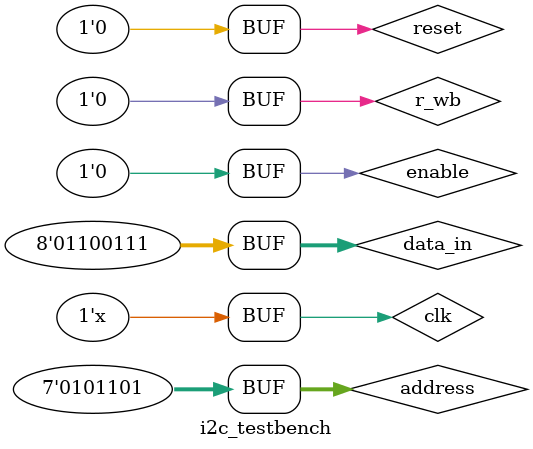
<source format=v>

module i2c_testbench();

	//defining the ports
	reg clk; 
	reg [7:0] data_in;
	reg reset,enable;
	reg [6:0] address;
	wire [7:0] data_out;

	reg r_wb = 0; //master writing to the slave
	//reg r_wb = 1; //master reading from the slave

	//instantiating the master and the slave
	i2c_master master(clk,data_in,reset,address,sda,enable);
	i2c_slave slave(scl,sda,data_out,reset,enable,clk);

	// assign scl = 1'b1;
	// assign sda = 1'b1;

	initial 
	begin
		clk = 0;
	end

	always #10 clk = ~clk;

	initial
	begin
		#5;
		reset = 1;
		#10;
		reset = 0;
		enable = 1;
		#5;
		//data_in = 8'b10110101;
		data_in = 8'b01100111;
		//data_in = 8'b01101100;
		//data_in = 8'b10110000;
		address = 7'b0101101;
		#700;
		reset = 1;
		#10;
		reset = 0;
		enable = 0;
	end

endmodule : i2c_testbench
</source>
